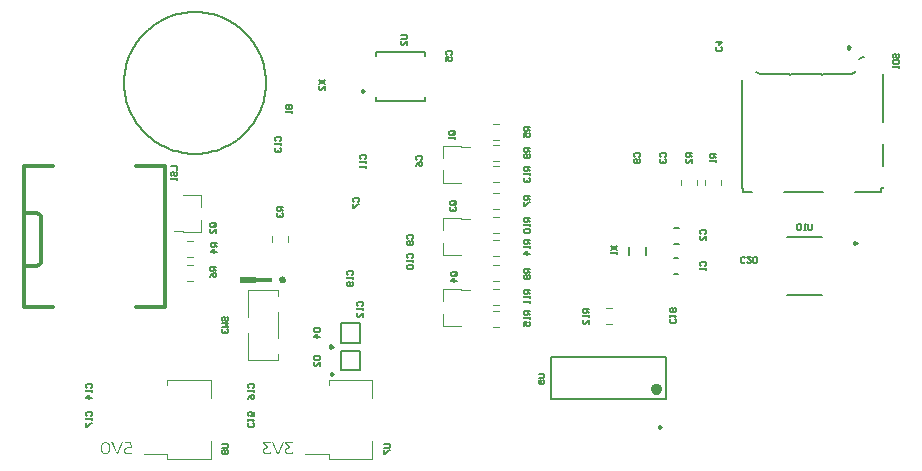
<source format=gbo>
G04*
G04 #@! TF.GenerationSoftware,Altium Limited,Altium Designer,20.1.8 (145)*
G04*
G04 Layer_Color=3326705*
%FSLAX25Y25*%
%MOIN*%
G70*
G04*
G04 #@! TF.SameCoordinates,34700BE4-7B1B-4339-AD5F-997C77E8816B*
G04*
G04*
G04 #@! TF.FilePolarity,Positive*
G04*
G01*
G75*
%ADD11C,0.00984*%
%ADD12C,0.01968*%
%ADD16C,0.00472*%
%ADD18C,0.00787*%
%ADD110C,0.00600*%
%ADD111C,0.01201*%
G36*
X33380Y6116D02*
X32959D01*
X31160Y10167D01*
X31593D01*
X33158Y6649D01*
X34712Y10167D01*
X35173D01*
X33380Y6116D01*
D02*
G37*
G36*
X38059Y8136D02*
X37066D01*
X36944Y8125D01*
X36827Y8114D01*
X36722Y8103D01*
X36627Y8086D01*
X36544Y8070D01*
X36466Y8047D01*
X36400Y8031D01*
X36338Y8009D01*
X36289Y7986D01*
X36250Y7970D01*
X36216Y7953D01*
X36189Y7942D01*
X36172Y7931D01*
X36161Y7920D01*
X36155D01*
X36100Y7875D01*
X36050Y7831D01*
X36011Y7781D01*
X35978Y7731D01*
X35922Y7626D01*
X35883Y7526D01*
X35861Y7431D01*
X35856Y7393D01*
X35850Y7359D01*
X35845Y7326D01*
Y7304D01*
Y7293D01*
Y7287D01*
X35850Y7220D01*
X35856Y7154D01*
X35889Y7037D01*
X35933Y6932D01*
X35983Y6849D01*
X36033Y6782D01*
X36078Y6726D01*
X36111Y6699D01*
X36116Y6693D01*
X36122Y6688D01*
X36233Y6610D01*
X36361Y6554D01*
X36488Y6516D01*
X36610Y6488D01*
X36727Y6471D01*
X36771Y6466D01*
X36816D01*
X36849Y6460D01*
X36899D01*
X37038Y6466D01*
X37171Y6482D01*
X37288Y6499D01*
X37393Y6527D01*
X37482Y6549D01*
X37521Y6560D01*
X37554Y6566D01*
X37576Y6577D01*
X37593Y6582D01*
X37604Y6588D01*
X37609D01*
X37726Y6643D01*
X37832Y6699D01*
X37920Y6754D01*
X37998Y6810D01*
X38059Y6860D01*
X38103Y6899D01*
X38131Y6921D01*
X38142Y6932D01*
X38348Y6599D01*
X38253Y6516D01*
X38148Y6438D01*
X38042Y6377D01*
X37942Y6321D01*
X37854Y6277D01*
X37820Y6260D01*
X37787Y6249D01*
X37759Y6238D01*
X37737Y6227D01*
X37726Y6221D01*
X37721D01*
X37571Y6177D01*
X37426Y6144D01*
X37282Y6116D01*
X37154Y6099D01*
X37099Y6094D01*
X37049Y6088D01*
X36999D01*
X36960Y6083D01*
X36888D01*
X36716Y6088D01*
X36560Y6105D01*
X36422Y6133D01*
X36361Y6144D01*
X36305Y6160D01*
X36255Y6177D01*
X36211Y6188D01*
X36172Y6205D01*
X36144Y6216D01*
X36116Y6221D01*
X36100Y6233D01*
X36089Y6238D01*
X36083D01*
X35967Y6305D01*
X35867Y6377D01*
X35778Y6449D01*
X35706Y6516D01*
X35656Y6582D01*
X35617Y6632D01*
X35589Y6665D01*
X35584Y6671D01*
Y6677D01*
X35528Y6782D01*
X35489Y6893D01*
X35456Y6998D01*
X35439Y7098D01*
X35428Y7182D01*
X35423Y7220D01*
X35417Y7248D01*
Y7276D01*
Y7293D01*
Y7304D01*
Y7309D01*
X35423Y7415D01*
X35434Y7509D01*
X35456Y7603D01*
X35478Y7687D01*
X35512Y7764D01*
X35545Y7836D01*
X35584Y7903D01*
X35617Y7964D01*
X35656Y8014D01*
X35695Y8064D01*
X35728Y8103D01*
X35761Y8136D01*
X35783Y8158D01*
X35806Y8175D01*
X35817Y8186D01*
X35822Y8192D01*
X35900Y8247D01*
X35994Y8297D01*
X36089Y8336D01*
X36189Y8375D01*
X36294Y8408D01*
X36405Y8430D01*
X36610Y8469D01*
X36710Y8480D01*
X36805Y8491D01*
X36888Y8497D01*
X36960Y8502D01*
X37021Y8508D01*
X37626D01*
X37487Y9796D01*
X35634D01*
Y10167D01*
X37854D01*
X38059Y8136D01*
D02*
G37*
G36*
X29401Y10195D02*
X29556Y10167D01*
X29701Y10129D01*
X29823Y10084D01*
X29878Y10057D01*
X29923Y10034D01*
X29967Y10012D01*
X30000Y9995D01*
X30028Y9979D01*
X30050Y9968D01*
X30062Y9962D01*
X30067Y9957D01*
X30195Y9857D01*
X30311Y9740D01*
X30411Y9618D01*
X30489Y9507D01*
X30555Y9402D01*
X30578Y9357D01*
X30600Y9318D01*
X30617Y9285D01*
X30628Y9263D01*
X30639Y9246D01*
Y9241D01*
X30705Y9058D01*
X30755Y8874D01*
X30794Y8686D01*
X30816Y8519D01*
X30827Y8436D01*
X30833Y8369D01*
X30839Y8303D01*
Y8247D01*
X30844Y8203D01*
Y8169D01*
Y8147D01*
Y8142D01*
X30833Y7914D01*
X30827Y7803D01*
X30811Y7703D01*
X30794Y7609D01*
X30777Y7515D01*
X30761Y7431D01*
X30739Y7354D01*
X30722Y7287D01*
X30705Y7226D01*
X30689Y7170D01*
X30672Y7126D01*
X30655Y7093D01*
X30650Y7065D01*
X30639Y7048D01*
Y7043D01*
X30555Y6876D01*
X30461Y6732D01*
X30367Y6610D01*
X30278Y6510D01*
X30233Y6466D01*
X30195Y6432D01*
X30156Y6399D01*
X30128Y6371D01*
X30100Y6355D01*
X30084Y6338D01*
X30073Y6332D01*
X30067Y6327D01*
X29995Y6283D01*
X29923Y6249D01*
X29778Y6188D01*
X29640Y6144D01*
X29506Y6116D01*
X29451Y6105D01*
X29395Y6094D01*
X29346Y6088D01*
X29307D01*
X29273Y6083D01*
X29229D01*
X29140Y6088D01*
X29057Y6094D01*
X28901Y6121D01*
X28757Y6160D01*
X28635Y6205D01*
X28580Y6227D01*
X28530Y6249D01*
X28491Y6271D01*
X28457Y6288D01*
X28430Y6305D01*
X28408Y6316D01*
X28396Y6327D01*
X28391D01*
X28263Y6427D01*
X28147Y6543D01*
X28047Y6665D01*
X27969Y6776D01*
X27902Y6882D01*
X27880Y6926D01*
X27858Y6965D01*
X27841Y6998D01*
X27830Y7021D01*
X27819Y7037D01*
Y7043D01*
X27747Y7226D01*
X27697Y7409D01*
X27658Y7598D01*
X27636Y7770D01*
X27625Y7848D01*
X27619Y7920D01*
X27614Y7981D01*
Y8036D01*
X27608Y8081D01*
Y8114D01*
Y8136D01*
Y8142D01*
X27619Y8369D01*
X27625Y8480D01*
X27642Y8580D01*
X27658Y8675D01*
X27675Y8769D01*
X27692Y8852D01*
X27714Y8930D01*
X27736Y8996D01*
X27753Y9058D01*
X27769Y9113D01*
X27786Y9157D01*
X27797Y9196D01*
X27808Y9218D01*
X27819Y9235D01*
Y9241D01*
X27902Y9407D01*
X27997Y9551D01*
X28091Y9674D01*
X28180Y9773D01*
X28224Y9818D01*
X28263Y9851D01*
X28302Y9884D01*
X28330Y9912D01*
X28358Y9929D01*
X28374Y9945D01*
X28385Y9957D01*
X28391D01*
X28463Y10001D01*
X28530Y10040D01*
X28674Y10101D01*
X28818Y10145D01*
X28946Y10173D01*
X29007Y10184D01*
X29063Y10195D01*
X29107Y10201D01*
X29151D01*
X29185Y10206D01*
X29318D01*
X29401Y10195D01*
D02*
G37*
G36*
X86905Y6116D02*
X86484D01*
X84685Y10167D01*
X85118D01*
X86683Y6649D01*
X88237Y10167D01*
X88698D01*
X86905Y6116D01*
D02*
G37*
G36*
X91767Y9796D02*
X89692D01*
X90818Y8392D01*
Y8081D01*
X90424D01*
X90330Y8070D01*
X90246Y8059D01*
X90163Y8047D01*
X90091Y8031D01*
X90025Y8014D01*
X89963Y7992D01*
X89908Y7975D01*
X89858Y7953D01*
X89819Y7931D01*
X89780Y7914D01*
X89753Y7897D01*
X89730Y7886D01*
X89714Y7875D01*
X89708Y7864D01*
X89703D01*
X89653Y7825D01*
X89614Y7781D01*
X89575Y7731D01*
X89547Y7681D01*
X89497Y7587D01*
X89464Y7492D01*
X89447Y7409D01*
X89436Y7370D01*
Y7337D01*
X89431Y7315D01*
Y7293D01*
Y7282D01*
Y7276D01*
X89436Y7204D01*
X89442Y7143D01*
X89475Y7021D01*
X89514Y6921D01*
X89564Y6832D01*
X89614Y6765D01*
X89658Y6715D01*
X89692Y6688D01*
X89697Y6677D01*
X89703D01*
X89814Y6604D01*
X89936Y6549D01*
X90063Y6516D01*
X90191Y6488D01*
X90302Y6471D01*
X90352Y6466D01*
X90391D01*
X90424Y6460D01*
X90474D01*
X90613Y6466D01*
X90746Y6482D01*
X90868Y6499D01*
X90979Y6527D01*
X91068Y6549D01*
X91107Y6560D01*
X91135Y6566D01*
X91162Y6577D01*
X91179Y6582D01*
X91190Y6588D01*
X91195D01*
X91312Y6643D01*
X91417Y6699D01*
X91512Y6754D01*
X91590Y6810D01*
X91651Y6860D01*
X91695Y6899D01*
X91723Y6921D01*
X91734Y6932D01*
X91934Y6599D01*
X91839Y6516D01*
X91734Y6438D01*
X91628Y6377D01*
X91528Y6321D01*
X91440Y6277D01*
X91406Y6260D01*
X91373Y6249D01*
X91345Y6238D01*
X91323Y6227D01*
X91312Y6221D01*
X91307D01*
X91157Y6177D01*
X91012Y6144D01*
X90868Y6116D01*
X90740Y6099D01*
X90685Y6094D01*
X90635Y6088D01*
X90585D01*
X90546Y6083D01*
X90474D01*
X90302Y6088D01*
X90147Y6105D01*
X90008Y6133D01*
X89947Y6144D01*
X89891Y6160D01*
X89841Y6177D01*
X89797Y6188D01*
X89758Y6205D01*
X89730Y6216D01*
X89703Y6221D01*
X89686Y6233D01*
X89675Y6238D01*
X89669D01*
X89553Y6299D01*
X89453Y6371D01*
X89364Y6438D01*
X89292Y6510D01*
X89242Y6566D01*
X89203Y6616D01*
X89175Y6649D01*
X89170Y6654D01*
Y6660D01*
X89114Y6765D01*
X89075Y6871D01*
X89042Y6976D01*
X89025Y7071D01*
X89014Y7154D01*
X89009Y7187D01*
X89003Y7220D01*
Y7243D01*
Y7259D01*
Y7270D01*
Y7276D01*
X89009Y7370D01*
X89020Y7453D01*
X89037Y7537D01*
X89053Y7615D01*
X89109Y7753D01*
X89136Y7814D01*
X89170Y7870D01*
X89203Y7920D01*
X89231Y7964D01*
X89259Y7997D01*
X89286Y8031D01*
X89303Y8053D01*
X89320Y8070D01*
X89331Y8081D01*
X89336Y8086D01*
X89403Y8142D01*
X89475Y8192D01*
X89547Y8236D01*
X89630Y8269D01*
X89791Y8330D01*
X89947Y8375D01*
X90019Y8392D01*
X90086Y8403D01*
X90147Y8414D01*
X90202Y8419D01*
X90246Y8425D01*
X90280Y8430D01*
X90307D01*
X89159Y9873D01*
Y10167D01*
X91767D01*
Y9796D01*
D02*
G37*
G36*
X84452D02*
X82377D01*
X83503Y8392D01*
Y8081D01*
X83109D01*
X83015Y8070D01*
X82932Y8059D01*
X82848Y8047D01*
X82776Y8031D01*
X82710Y8014D01*
X82648Y7992D01*
X82593Y7975D01*
X82543Y7953D01*
X82504Y7931D01*
X82465Y7914D01*
X82438Y7897D01*
X82415Y7886D01*
X82399Y7875D01*
X82393Y7864D01*
X82388D01*
X82338Y7825D01*
X82299Y7781D01*
X82260Y7731D01*
X82232Y7681D01*
X82182Y7587D01*
X82149Y7492D01*
X82132Y7409D01*
X82121Y7370D01*
Y7337D01*
X82116Y7315D01*
Y7293D01*
Y7282D01*
Y7276D01*
X82121Y7204D01*
X82127Y7143D01*
X82160Y7021D01*
X82199Y6921D01*
X82249Y6832D01*
X82299Y6765D01*
X82343Y6715D01*
X82377Y6688D01*
X82382Y6677D01*
X82388D01*
X82499Y6604D01*
X82621Y6549D01*
X82748Y6516D01*
X82876Y6488D01*
X82987Y6471D01*
X83037Y6466D01*
X83076D01*
X83109Y6460D01*
X83159D01*
X83298Y6466D01*
X83431Y6482D01*
X83553Y6499D01*
X83664Y6527D01*
X83753Y6549D01*
X83792Y6560D01*
X83820Y6566D01*
X83847Y6577D01*
X83864Y6582D01*
X83875Y6588D01*
X83881D01*
X83997Y6643D01*
X84103Y6699D01*
X84197Y6754D01*
X84275Y6810D01*
X84336Y6860D01*
X84380Y6899D01*
X84408Y6921D01*
X84419Y6932D01*
X84619Y6599D01*
X84524Y6516D01*
X84419Y6438D01*
X84313Y6377D01*
X84214Y6321D01*
X84125Y6277D01*
X84092Y6260D01*
X84058Y6249D01*
X84030Y6238D01*
X84008Y6227D01*
X83997Y6221D01*
X83992D01*
X83842Y6177D01*
X83697Y6144D01*
X83553Y6116D01*
X83425Y6099D01*
X83370Y6094D01*
X83320Y6088D01*
X83270D01*
X83231Y6083D01*
X83159D01*
X82987Y6088D01*
X82832Y6105D01*
X82693Y6133D01*
X82632Y6144D01*
X82576Y6160D01*
X82526Y6177D01*
X82482Y6188D01*
X82443Y6205D01*
X82415Y6216D01*
X82388Y6221D01*
X82371Y6233D01*
X82360Y6238D01*
X82354D01*
X82238Y6299D01*
X82138Y6371D01*
X82049Y6438D01*
X81977Y6510D01*
X81927Y6566D01*
X81888Y6616D01*
X81860Y6649D01*
X81855Y6654D01*
Y6660D01*
X81799Y6765D01*
X81761Y6871D01*
X81727Y6976D01*
X81711Y7071D01*
X81700Y7154D01*
X81694Y7187D01*
X81688Y7220D01*
Y7243D01*
Y7259D01*
Y7270D01*
Y7276D01*
X81694Y7370D01*
X81705Y7453D01*
X81722Y7537D01*
X81738Y7615D01*
X81794Y7753D01*
X81822Y7814D01*
X81855Y7870D01*
X81888Y7920D01*
X81916Y7964D01*
X81944Y7997D01*
X81971Y8031D01*
X81988Y8053D01*
X82005Y8070D01*
X82016Y8081D01*
X82021Y8086D01*
X82088Y8142D01*
X82160Y8192D01*
X82232Y8236D01*
X82315Y8269D01*
X82477Y8330D01*
X82632Y8375D01*
X82704Y8392D01*
X82771Y8403D01*
X82832Y8414D01*
X82887Y8419D01*
X82932Y8425D01*
X82965Y8430D01*
X82993D01*
X81844Y9873D01*
Y10167D01*
X84452D01*
Y9796D01*
D02*
G37*
G36*
X84665Y64869D02*
Y63682D01*
X74021Y63348D01*
Y65181D01*
X84665Y64869D01*
D02*
G37*
G36*
X88372Y65390D02*
X88518Y65348D01*
X88664Y65306D01*
X88768Y65244D01*
X88872Y65181D01*
X88935Y65119D01*
X88977Y65098D01*
X88997Y65077D01*
X89101Y64952D01*
X89185Y64806D01*
X89247Y64681D01*
X89289Y64536D01*
X89310Y64432D01*
X89331Y64348D01*
Y64265D01*
X89310Y64098D01*
X89268Y63932D01*
X89227Y63807D01*
X89164Y63682D01*
X89101Y63577D01*
X89039Y63515D01*
X89018Y63473D01*
X88997Y63452D01*
X88872Y63348D01*
X88727Y63265D01*
X88602Y63203D01*
X88477Y63161D01*
X88372Y63140D01*
X88289Y63119D01*
X88227D01*
X88206D01*
X88039Y63140D01*
X87873Y63161D01*
X87748Y63223D01*
X87623Y63286D01*
X87539Y63348D01*
X87477Y63390D01*
X87435Y63432D01*
X87414Y63452D01*
X87310Y63577D01*
X87227Y63723D01*
X87185Y63848D01*
X87143Y63973D01*
X87123Y64098D01*
X87102Y64182D01*
Y64265D01*
X87123Y64452D01*
X87143Y64598D01*
X87206Y64744D01*
X87248Y64869D01*
X87310Y64973D01*
X87373Y65035D01*
X87393Y65077D01*
X87414Y65098D01*
X87539Y65202D01*
X87664Y65285D01*
X87810Y65327D01*
X87935Y65369D01*
X88039Y65390D01*
X88122Y65411D01*
X88185D01*
X88206D01*
X88372Y65390D01*
D02*
G37*
%LPC*%
G36*
X29262Y9823D02*
X29229D01*
X29101Y9812D01*
X28979Y9790D01*
X28874Y9762D01*
X28785Y9724D01*
X28713Y9685D01*
X28652Y9657D01*
X28635Y9640D01*
X28618Y9635D01*
X28613Y9624D01*
X28607D01*
X28513Y9546D01*
X28424Y9452D01*
X28352Y9357D01*
X28297Y9263D01*
X28247Y9180D01*
X28230Y9146D01*
X28213Y9113D01*
X28202Y9091D01*
X28191Y9069D01*
X28186Y9058D01*
Y9052D01*
X28136Y8902D01*
X28097Y8752D01*
X28075Y8597D01*
X28052Y8458D01*
X28047Y8392D01*
X28041Y8330D01*
Y8275D01*
X28036Y8230D01*
Y8192D01*
Y8164D01*
Y8147D01*
Y8142D01*
X28041Y7948D01*
X28058Y7775D01*
X28069Y7692D01*
X28086Y7620D01*
X28097Y7548D01*
X28108Y7487D01*
X28124Y7431D01*
X28136Y7381D01*
X28152Y7337D01*
X28163Y7298D01*
X28169Y7270D01*
X28180Y7248D01*
X28186Y7237D01*
Y7231D01*
X28247Y7098D01*
X28313Y6982D01*
X28385Y6882D01*
X28452Y6804D01*
X28513Y6738D01*
X28563Y6693D01*
X28596Y6665D01*
X28602Y6654D01*
X28607D01*
X28713Y6588D01*
X28818Y6543D01*
X28918Y6510D01*
X29018Y6482D01*
X29101Y6471D01*
X29140Y6466D01*
X29168D01*
X29196Y6460D01*
X29229D01*
X29357Y6471D01*
X29479Y6493D01*
X29584Y6521D01*
X29673Y6560D01*
X29751Y6593D01*
X29806Y6627D01*
X29828Y6638D01*
X29845Y6649D01*
X29851Y6654D01*
X29856D01*
X29950Y6738D01*
X30034Y6826D01*
X30106Y6926D01*
X30161Y7021D01*
X30211Y7104D01*
X30228Y7137D01*
X30245Y7170D01*
X30256Y7198D01*
X30267Y7215D01*
X30272Y7226D01*
Y7231D01*
X30322Y7381D01*
X30361Y7531D01*
X30383Y7687D01*
X30406Y7831D01*
X30411Y7892D01*
X30417Y7953D01*
Y8009D01*
X30422Y8053D01*
Y8092D01*
Y8119D01*
Y8136D01*
Y8142D01*
X30417Y8336D01*
X30400Y8508D01*
X30389Y8591D01*
X30372Y8663D01*
X30361Y8736D01*
X30345Y8797D01*
X30333Y8852D01*
X30322Y8902D01*
X30306Y8946D01*
X30295Y8985D01*
X30283Y9013D01*
X30278Y9035D01*
X30272Y9046D01*
Y9052D01*
X30211Y9185D01*
X30145Y9302D01*
X30073Y9402D01*
X30006Y9479D01*
X29950Y9540D01*
X29901Y9590D01*
X29867Y9612D01*
X29862Y9624D01*
X29856D01*
X29751Y9690D01*
X29645Y9740D01*
X29540Y9773D01*
X29440Y9801D01*
X29357Y9812D01*
X29318Y9818D01*
X29290D01*
X29262Y9823D01*
D02*
G37*
%LPD*%
D11*
X115481Y127185D02*
X114742Y127611D01*
Y126758D01*
X115481Y127185D01*
X104947Y41975D02*
X104209Y42401D01*
Y41549D01*
X104947Y41975D01*
X214370Y15157D02*
X213632Y15584D01*
Y14731D01*
X214370Y15157D01*
X279600Y76480D02*
X278862Y76907D01*
Y76054D01*
X279600Y76480D01*
X277510Y141781D02*
X276772Y142208D01*
Y141355D01*
X277510Y141781D01*
X104980Y32835D02*
X104242Y33261D01*
Y32408D01*
X104980Y32835D01*
D12*
X213878Y27854D02*
X213386Y28707D01*
X212402D01*
X211910Y27854D01*
X212402Y27002D01*
X213386D01*
X213878Y27854D01*
D16*
X90177Y77008D02*
Y78898D01*
X84823Y77008D02*
Y78898D01*
X141732Y61106D02*
X147638D01*
X141732Y57070D02*
Y61106D01*
Y48822D02*
X147638D01*
X141732D02*
Y52858D01*
X147638Y60810D02*
X150571D01*
X141732Y84882D02*
X147638D01*
X141732Y80847D02*
Y84882D01*
Y72598D02*
X147638D01*
X141732D02*
Y76634D01*
X147638Y84587D02*
X150571D01*
X141732Y108996D02*
X147638D01*
X141732Y104961D02*
Y108996D01*
Y96713D02*
X147638D01*
X141732D02*
Y100748D01*
X147638Y108701D02*
X150571D01*
X158504Y116358D02*
X160394D01*
X158504Y111004D02*
X160394D01*
X158504Y109272D02*
X160394D01*
X158504Y103917D02*
X160394D01*
X158504Y96732D02*
X160394D01*
X158504Y102087D02*
X160394D01*
X158504Y93228D02*
X160394D01*
X158504Y87874D02*
X160394D01*
X158504Y85158D02*
X160394D01*
X158504Y79803D02*
X160394D01*
X158504Y72323D02*
X160394D01*
X158504Y77677D02*
X160394D01*
X158504Y69114D02*
X160394D01*
X158504Y63760D02*
X160394D01*
X158504Y61381D02*
X160394D01*
X158504Y56027D02*
X160394D01*
X158504Y48547D02*
X160394D01*
X158504Y53901D02*
X160394D01*
X86811Y45000D02*
Y53425D01*
X76575Y51890D02*
Y61024D01*
X86811Y37402D02*
Y39646D01*
Y58780D02*
Y61024D01*
X76575D02*
X86811D01*
X76575Y37402D02*
Y46535D01*
Y37402D02*
X86811D01*
X103642Y29350D02*
Y30906D01*
X118209D01*
Y24921D02*
Y30906D01*
X103642Y4528D02*
Y6083D01*
Y4528D02*
X118209D01*
Y10512D01*
X95768Y6083D02*
X103642D01*
X49803Y29350D02*
Y30906D01*
X64370D01*
Y24921D02*
Y30906D01*
X49803Y4528D02*
Y6083D01*
Y4528D02*
X64370D01*
Y10512D01*
X41929Y6083D02*
X49803D01*
X196195Y49488D02*
X198085D01*
X196195Y54843D02*
X198085D01*
X55020Y80276D02*
X60925D01*
Y84311D01*
X55020Y92559D02*
X60925D01*
Y88524D02*
Y92559D01*
X52087Y80571D02*
X55020D01*
X56339Y71929D02*
X58228D01*
X56339Y77284D02*
X58228D01*
X56339Y69311D02*
X58228D01*
X56339Y63957D02*
X58228D01*
X234469Y95807D02*
Y97697D01*
X229114Y95807D02*
Y97697D01*
X226496Y95807D02*
Y97697D01*
X221142Y95807D02*
Y97697D01*
D18*
X245957Y133707D02*
X246651Y133130D01*
X247530Y132923D01*
X277687D02*
X278596Y133146D01*
X279299Y133763D01*
X267669Y132923D02*
X268062Y132529D01*
X257432D02*
X257826Y132923D01*
X281624Y138435D02*
X280267Y137892D01*
X257039Y132923D02*
X257432Y132529D01*
X268062D02*
X268456Y132923D01*
X119516Y123937D02*
X135658D01*
Y138897D02*
Y140078D01*
Y123937D02*
Y125118D01*
X119516Y140078D02*
X135658D01*
X119516Y138897D02*
Y140078D01*
Y123937D02*
Y125118D01*
X107821Y43294D02*
Y49790D01*
X113963D01*
Y43294D02*
Y49790D01*
X107821Y43294D02*
X113963D01*
X216142Y24606D02*
Y38386D01*
X177559D02*
X216142D01*
X177559Y24606D02*
Y38386D01*
Y24606D02*
X216142D01*
X256522Y59098D02*
X268085D01*
X256522Y78697D02*
X268085D01*
X281624Y138435D02*
X282077D01*
X288293Y116781D02*
Y132726D01*
X288317Y102215D02*
Y109695D01*
X268456Y132923D02*
X277687D01*
X241270Y94813D02*
X241742D01*
X247530Y132923D02*
X257039D01*
X288317Y94813D02*
Y95128D01*
X278927Y93553D02*
X287116D01*
X241742D02*
X243730D01*
X241270Y94813D02*
Y130955D01*
X241742Y93553D02*
Y94813D01*
X255423Y93553D02*
X268297D01*
X287116D02*
X287844D01*
Y94813D02*
X288317D01*
X287844Y93553D02*
Y94813D01*
X243730Y93553D02*
X244793D01*
X257826Y132923D02*
X267669D01*
X107854Y34154D02*
Y40650D01*
X113996D01*
Y34154D02*
Y40650D01*
X107854Y34154D02*
X113996D01*
X203642Y72441D02*
Y75197D01*
X209547Y72441D02*
Y75197D01*
X218602Y66240D02*
X220177D01*
X218602Y71555D02*
X220177D01*
X218799Y76083D02*
X220374D01*
X218799Y81398D02*
X220374D01*
D110*
X82677Y129921D02*
X82656Y130924D01*
X82592Y131924D01*
X82486Y132922D01*
X82337Y133913D01*
X82147Y134898D01*
X81915Y135873D01*
X81642Y136838D01*
X81328Y137791D01*
X80974Y138729D01*
X80580Y139651D01*
X80148Y140556D01*
X79677Y141442D01*
X79170Y142306D01*
X78626Y143149D01*
X78047Y143968D01*
X77434Y144761D01*
X76788Y145528D01*
X76109Y146266D01*
X75400Y146975D01*
X74662Y147654D01*
X73895Y148300D01*
X73102Y148913D01*
X72283Y149492D01*
X71440Y150036D01*
X70575Y150544D01*
X69690Y151014D01*
X68785Y151446D01*
X67863Y151840D01*
X66925Y152194D01*
X65972Y152508D01*
X65007Y152781D01*
X64032Y153013D01*
X63047Y153203D01*
X62055Y153352D01*
X61058Y153458D01*
X60058Y153522D01*
X59055Y153543D01*
X58053Y153522D01*
X57052Y153458D01*
X56055Y153352D01*
X55063Y153203D01*
X54078Y153013D01*
X53103Y152781D01*
X52138Y152508D01*
X51186Y152194D01*
X50248Y151840D01*
X49325Y151446D01*
X48420Y151014D01*
X47535Y150544D01*
X46670Y150036D01*
X45827Y149492D01*
X45009Y148913D01*
X44215Y148300D01*
X43449Y147654D01*
X42710Y146975D01*
X42001Y146266D01*
X41323Y145528D01*
X40676Y144761D01*
X40063Y143968D01*
X39484Y143149D01*
X38940Y142306D01*
X38433Y141442D01*
X37962Y140556D01*
X37530Y139651D01*
X37137Y138729D01*
X36782Y137791D01*
X36468Y136838D01*
X36195Y135873D01*
X35963Y134898D01*
X35773Y133913D01*
X35624Y132922D01*
X35518Y131924D01*
X35454Y130924D01*
X35433Y129921D01*
X35454Y128919D01*
X35518Y127918D01*
X35624Y126921D01*
X35773Y125929D01*
X35963Y124944D01*
X36195Y123969D01*
X36468Y123004D01*
X36782Y122052D01*
X37137Y121114D01*
X37530Y120191D01*
X37962Y119287D01*
X38433Y118401D01*
X38940Y117536D01*
X39484Y116693D01*
X40063Y115875D01*
X40676Y115081D01*
X41323Y114315D01*
X42001Y113576D01*
X42710Y112867D01*
X43449Y112189D01*
X44215Y111542D01*
X45009Y110929D01*
X45827Y110350D01*
X46670Y109806D01*
X47535Y109299D01*
X48420Y108828D01*
X49325Y108396D01*
X50248Y108003D01*
X51186Y107649D01*
X52138Y107335D01*
X53103Y107061D01*
X54079Y106829D01*
X55063Y106639D01*
X56055Y106491D01*
X57052Y106384D01*
X58053Y106321D01*
X59055Y106299D01*
X60058Y106321D01*
X61058Y106384D01*
X62056Y106491D01*
X63047Y106639D01*
X64032Y106829D01*
X65007Y107061D01*
X65972Y107335D01*
X66925Y107649D01*
X67863Y108003D01*
X68785Y108396D01*
X69690Y108828D01*
X70575Y109299D01*
X71440Y109806D01*
X72283Y110350D01*
X73102Y110929D01*
X73895Y111542D01*
X74662Y112189D01*
X75400Y112867D01*
X76109Y113576D01*
X76788Y114315D01*
X77434Y115082D01*
X78047Y115875D01*
X78626Y116694D01*
X79170Y117536D01*
X79677Y118401D01*
X80148Y119287D01*
X80580Y120191D01*
X80974Y121114D01*
X81328Y122052D01*
X81642Y123004D01*
X81915Y123969D01*
X82147Y124945D01*
X82337Y125929D01*
X82486Y126921D01*
X82592Y127918D01*
X82656Y128919D01*
X82677Y129921D01*
X88480Y88576D02*
X86481D01*
Y87576D01*
X86814Y87243D01*
X87480D01*
X87814Y87576D01*
Y88576D01*
Y87909D02*
X88480Y87243D01*
X86814Y86576D02*
X86481Y86243D01*
Y85576D01*
X86814Y85243D01*
X87147D01*
X87480Y85576D01*
Y85910D01*
Y85576D01*
X87814Y85243D01*
X88147D01*
X88480Y85576D01*
Y86243D01*
X88147Y86576D01*
X145891Y65433D02*
X144558D01*
X144225Y65766D01*
Y66433D01*
X144558Y66766D01*
X145891D01*
X146224Y66433D01*
Y65766D01*
X145558Y66099D02*
X146224Y65433D01*
Y65766D02*
X145891Y65433D01*
X146224Y63767D02*
X144225D01*
X145224Y64767D01*
Y63434D01*
X145749Y89067D02*
X144416D01*
X144083Y89400D01*
Y90066D01*
X144416Y90400D01*
X145749D01*
X146082Y90066D01*
Y89400D01*
X145416Y89733D02*
X146082Y89067D01*
Y89400D02*
X145749Y89067D01*
X144416Y88400D02*
X144083Y88067D01*
Y87401D01*
X144416Y87068D01*
X144749D01*
X145083Y87401D01*
Y87734D01*
Y87401D01*
X145416Y87068D01*
X145749D01*
X146082Y87401D01*
Y88067D01*
X145749Y88400D01*
X145371Y112651D02*
X144038D01*
X143705Y112984D01*
Y113651D01*
X144038Y113984D01*
X145371D01*
X145704Y113651D01*
Y112984D01*
X145038Y113318D02*
X145704Y112651D01*
Y112984D02*
X145371Y112651D01*
X145704Y111985D02*
Y111318D01*
Y111652D01*
X143705D01*
X144038Y111985D01*
X100494Y130721D02*
X102493Y129388D01*
X100494D02*
X102493Y130721D01*
Y127389D02*
Y128721D01*
X101160Y127389D01*
X100827D01*
X100494Y127722D01*
Y128388D01*
X100827Y128721D01*
X127561Y145977D02*
X129227D01*
X129560Y145643D01*
Y144977D01*
X129227Y144644D01*
X127561D01*
X129560Y142645D02*
Y143977D01*
X128227Y142645D01*
X127894D01*
X127561Y142978D01*
Y143644D01*
X127894Y143977D01*
X170604Y115115D02*
X168605D01*
Y114115D01*
X168938Y113782D01*
X169604D01*
X169938Y114115D01*
Y115115D01*
Y114448D02*
X170604Y113782D01*
X168605Y111782D02*
Y113115D01*
X169604D01*
X169271Y112449D01*
Y112116D01*
X169604Y111782D01*
X170271D01*
X170604Y112116D01*
Y112782D01*
X170271Y113115D01*
X170604Y108261D02*
X168605D01*
Y107261D01*
X168938Y106928D01*
X169604D01*
X169938Y107261D01*
Y108261D01*
Y107594D02*
X170604Y106928D01*
X170271Y106261D02*
X170604Y105928D01*
Y105262D01*
X170271Y104928D01*
X168938D01*
X168605Y105262D01*
Y105928D01*
X168938Y106261D01*
X169271D01*
X169604Y105928D01*
Y104928D01*
X170604Y101909D02*
X168605D01*
Y100909D01*
X168938Y100576D01*
X169604D01*
X169938Y100909D01*
Y101909D01*
Y101242D02*
X170604Y100576D01*
Y99909D02*
Y99243D01*
Y99576D01*
X168605D01*
X168938Y99909D01*
Y98243D02*
X168605Y97910D01*
Y97243D01*
X168938Y96910D01*
X169271D01*
X169604Y97243D01*
Y97577D01*
Y97243D01*
X169938Y96910D01*
X170271D01*
X170604Y97243D01*
Y97910D01*
X170271Y98243D01*
X170604Y92217D02*
X168605D01*
Y91218D01*
X168938Y90884D01*
X169604D01*
X169938Y91218D01*
Y92217D01*
Y91551D02*
X170604Y90884D01*
X168605Y90218D02*
Y88885D01*
X168938D01*
X170271Y90218D01*
X170604D01*
X170604Y84889D02*
X168605D01*
Y83889D01*
X168938Y83556D01*
X169604D01*
X169938Y83889D01*
Y84889D01*
Y84223D02*
X170604Y83556D01*
Y82890D02*
Y82223D01*
Y82556D01*
X168605D01*
X168938Y82890D01*
Y81223D02*
X168605Y80890D01*
Y80224D01*
X168938Y79891D01*
X170271D01*
X170604Y80224D01*
Y80890D01*
X170271Y81223D01*
X168938D01*
X170604Y77696D02*
X168605D01*
Y76696D01*
X168938Y76363D01*
X169604D01*
X169938Y76696D01*
Y77696D01*
Y77030D02*
X170604Y76363D01*
Y75697D02*
Y75030D01*
Y75363D01*
X168605D01*
X168938Y75697D01*
X170604Y73031D02*
X168605D01*
X169604Y74031D01*
Y72698D01*
X170604Y67906D02*
X168605D01*
Y66907D01*
X168938Y66573D01*
X169604D01*
X169938Y66907D01*
Y67906D01*
Y67240D02*
X170604Y66573D01*
X168938Y65907D02*
X168605Y65574D01*
Y64907D01*
X168938Y64574D01*
X169271D01*
X169604Y64907D01*
X169938Y64574D01*
X170271D01*
X170604Y64907D01*
Y65574D01*
X170271Y65907D01*
X169938D01*
X169604Y65574D01*
X169271Y65907D01*
X168938D01*
X169604Y65574D02*
Y64907D01*
X170604Y60870D02*
X168605D01*
Y59870D01*
X168938Y59537D01*
X169604D01*
X169938Y59870D01*
Y60870D01*
Y60204D02*
X170604Y59537D01*
Y58871D02*
Y58204D01*
Y58538D01*
X168605D01*
X168938Y58871D01*
X170604Y57205D02*
Y56538D01*
Y56871D01*
X168605D01*
X168938Y57205D01*
X170604Y53921D02*
X168605D01*
Y52921D01*
X168938Y52588D01*
X169604D01*
X169938Y52921D01*
Y53921D01*
Y53254D02*
X170604Y52588D01*
Y51921D02*
Y51255D01*
Y51588D01*
X168605D01*
X168938Y51921D01*
X168605Y48922D02*
Y50255D01*
X169604D01*
X169271Y49589D01*
Y49255D01*
X169604Y48922D01*
X170271D01*
X170604Y49255D01*
Y49922D01*
X170271Y50255D01*
X68217Y50639D02*
X67884Y50972D01*
Y51639D01*
X68217Y51972D01*
X68550D01*
X68884Y51639D01*
Y50972D01*
X69217Y50639D01*
X69550D01*
X69883Y50972D01*
Y51639D01*
X69550Y51972D01*
X67884Y49973D02*
X69883D01*
X69217Y49306D01*
X69883Y48640D01*
X67884D01*
X68217Y47973D02*
X67884Y47640D01*
Y46974D01*
X68217Y46641D01*
X68550D01*
X68884Y46974D01*
Y47307D01*
Y46974D01*
X69217Y46641D01*
X69550D01*
X69883Y46974D01*
Y47640D01*
X69550Y47973D01*
X98804Y48202D02*
X100803D01*
Y47202D01*
X100470Y46869D01*
X99137D01*
X98804Y47202D01*
Y48202D01*
X100803Y45202D02*
X98804D01*
X99803Y46202D01*
Y44869D01*
X143150Y139230D02*
X142816Y139564D01*
Y140230D01*
X143150Y140563D01*
X144483D01*
X144816Y140230D01*
Y139564D01*
X144483Y139230D01*
X142816Y137231D02*
Y138564D01*
X143816D01*
X143483Y137898D01*
Y137564D01*
X143816Y137231D01*
X144483D01*
X144816Y137564D01*
Y138231D01*
X144483Y138564D01*
X173548Y33024D02*
X175214D01*
X175547Y32691D01*
Y32025D01*
X175214Y31692D01*
X173548D01*
X175214Y31025D02*
X175547Y30692D01*
Y30025D01*
X175214Y29692D01*
X173881D01*
X173548Y30025D01*
Y30692D01*
X173881Y31025D01*
X174214D01*
X174547Y30692D01*
Y29692D01*
X242437Y70053D02*
X242104Y69720D01*
X241437D01*
X241104Y70053D01*
Y71386D01*
X241437Y71719D01*
X242104D01*
X242437Y71386D01*
X244436Y71719D02*
X243103D01*
X244436Y70386D01*
Y70053D01*
X244103Y69720D01*
X243437D01*
X243103Y70053D01*
X245103D02*
X245436Y69720D01*
X246102D01*
X246435Y70053D01*
Y71386D01*
X246102Y71719D01*
X245436D01*
X245103Y71386D01*
Y70053D01*
X264599Y82846D02*
Y81180D01*
X264266Y80847D01*
X263599D01*
X263266Y81180D01*
Y82846D01*
X262600Y80847D02*
X261933D01*
X262266D01*
Y82846D01*
X262600Y82513D01*
X260934D02*
X260600Y82846D01*
X259934D01*
X259601Y82513D01*
Y81180D01*
X259934Y80847D01*
X260600D01*
X260934Y81180D01*
Y82513D01*
X110062Y65824D02*
X109729Y66158D01*
Y66824D01*
X110062Y67157D01*
X111395D01*
X111728Y66824D01*
Y66158D01*
X111395Y65824D01*
X111728Y65158D02*
Y64491D01*
Y64825D01*
X109729D01*
X110062Y65158D01*
X111395Y63492D02*
X111728Y63159D01*
Y62492D01*
X111395Y62159D01*
X110062D01*
X109729Y62492D01*
Y63159D01*
X110062Y63492D01*
X110395D01*
X110728Y63159D01*
Y62159D01*
X190450Y54595D02*
X188450D01*
Y53595D01*
X188784Y53262D01*
X189450D01*
X189783Y53595D01*
Y54595D01*
Y53928D02*
X190450Y53262D01*
Y52595D02*
Y51929D01*
Y52262D01*
X188450D01*
X188784Y52595D01*
X190450Y49596D02*
Y50929D01*
X189117Y49596D01*
X188784D01*
X188450Y49930D01*
Y50596D01*
X188784Y50929D01*
X66208Y68489D02*
X64209D01*
Y67489D01*
X64542Y67156D01*
X65208D01*
X65542Y67489D01*
Y68489D01*
Y67823D02*
X66208Y67156D01*
X64209Y65157D02*
X64542Y65823D01*
X65208Y66490D01*
X65875D01*
X66208Y66157D01*
Y65490D01*
X65875Y65157D01*
X65542D01*
X65208Y65490D01*
Y66490D01*
X66354Y76469D02*
X64355D01*
Y75470D01*
X64688Y75136D01*
X65354D01*
X65688Y75470D01*
Y76469D01*
Y75803D02*
X66354Y75136D01*
Y73470D02*
X64355D01*
X65354Y74470D01*
Y73137D01*
X65875Y81928D02*
X64542D01*
X64209Y82261D01*
Y82927D01*
X64542Y83261D01*
X65875D01*
X66208Y82927D01*
Y82261D01*
X65542Y82594D02*
X66208Y81928D01*
Y82261D02*
X65875Y81928D01*
X66208Y79928D02*
Y81261D01*
X64875Y79928D01*
X64542D01*
X64209Y80262D01*
Y80928D01*
X64542Y81261D01*
X50969Y102234D02*
X52968D01*
Y100901D01*
X51302Y98902D02*
X50969Y99235D01*
Y99902D01*
X51302Y100235D01*
X51635D01*
X51968Y99902D01*
Y99235D01*
X52302Y98902D01*
X52635D01*
X52968Y99235D01*
Y99902D01*
X52635Y100235D01*
X52968Y98235D02*
Y97569D01*
Y97902D01*
X50969D01*
X51302Y98235D01*
X219088Y51379D02*
X219421Y51046D01*
Y50379D01*
X219088Y50046D01*
X217755D01*
X217422Y50379D01*
Y51046D01*
X217755Y51379D01*
X217422Y52046D02*
Y52712D01*
Y52379D01*
X219421D01*
X219088Y52046D01*
Y53712D02*
X219421Y54045D01*
Y54711D01*
X219088Y55045D01*
X218754D01*
X218421Y54711D01*
X218088Y55045D01*
X217755D01*
X217422Y54711D01*
Y54045D01*
X217755Y53712D01*
X218088D01*
X218421Y54045D01*
X218754Y53712D01*
X219088D01*
X218421Y54045D02*
Y54711D01*
X89355Y122396D02*
X91354D01*
Y121396D01*
X91021Y121063D01*
X90688D01*
X90354Y121396D01*
Y122396D01*
Y121396D01*
X90021Y121063D01*
X89688D01*
X89355Y121396D01*
Y122396D01*
X91354Y120396D02*
Y119730D01*
Y120063D01*
X89355D01*
X89688Y120396D01*
X98804Y38969D02*
X100803D01*
Y37970D01*
X100470Y37636D01*
X99137D01*
X98804Y37970D01*
Y38969D01*
X100803Y35637D02*
Y36970D01*
X99470Y35637D01*
X99137D01*
X98804Y35970D01*
Y36637D01*
X99137Y36970D01*
X67898Y9540D02*
X69564D01*
X69897Y9207D01*
Y8540D01*
X69564Y8207D01*
X67898D01*
X68231Y7541D02*
X67898Y7208D01*
Y6541D01*
X68231Y6208D01*
X68564D01*
X68898Y6541D01*
X69231Y6208D01*
X69564D01*
X69897Y6541D01*
Y7208D01*
X69564Y7541D01*
X69231D01*
X68898Y7208D01*
X68564Y7541D01*
X68231D01*
X68898Y7208D02*
Y6541D01*
X122032Y9540D02*
X123698D01*
X124031Y9207D01*
Y8540D01*
X123698Y8207D01*
X122032D01*
Y7541D02*
Y6208D01*
X122365D01*
X123698Y7541D01*
X124031D01*
X22956Y18883D02*
X22622Y19216D01*
Y19883D01*
X22956Y20216D01*
X24288D01*
X24622Y19883D01*
Y19216D01*
X24288Y18883D01*
X24622Y18216D02*
Y17550D01*
Y17883D01*
X22622D01*
X22956Y18216D01*
X22622Y16550D02*
Y15217D01*
X22956D01*
X24288Y16550D01*
X24622D01*
X77089Y28135D02*
X76756Y28468D01*
Y29135D01*
X77089Y29468D01*
X78422D01*
X78756Y29135D01*
Y28468D01*
X78422Y28135D01*
X78756Y27468D02*
Y26802D01*
Y27135D01*
X76756D01*
X77089Y27468D01*
X76756Y24469D02*
X77089Y25136D01*
X77756Y25802D01*
X78422D01*
X78756Y25469D01*
Y24803D01*
X78422Y24469D01*
X78089D01*
X77756Y24803D01*
Y25802D01*
X78422Y16550D02*
X78756Y16217D01*
Y15551D01*
X78422Y15217D01*
X77090D01*
X76756Y15551D01*
Y16217D01*
X77090Y16550D01*
X76756Y17217D02*
Y17883D01*
Y17550D01*
X78756D01*
X78422Y17217D01*
X78756Y20216D02*
Y18883D01*
X77756D01*
X78089Y19549D01*
Y19883D01*
X77756Y20216D01*
X77090D01*
X76756Y19883D01*
Y19216D01*
X77090Y18883D01*
X22956Y28135D02*
X22622Y28468D01*
Y29135D01*
X22956Y29468D01*
X24288D01*
X24622Y29135D01*
Y28468D01*
X24288Y28135D01*
X24622Y27468D02*
Y26802D01*
Y27135D01*
X22622D01*
X22956Y27468D01*
X24622Y24803D02*
X22622D01*
X23622Y25802D01*
Y24469D01*
X224769Y106548D02*
X222770D01*
Y105548D01*
X223103Y105215D01*
X223770D01*
X224103Y105548D01*
Y106548D01*
Y105882D02*
X224769Y105215D01*
Y103216D02*
Y104549D01*
X223436Y103216D01*
X223103D01*
X222770Y103549D01*
Y104215D01*
X223103Y104549D01*
X232840Y106215D02*
X230841D01*
Y105215D01*
X231174Y104882D01*
X231840D01*
X232174Y105215D01*
Y106215D01*
Y105548D02*
X232840Y104882D01*
Y104215D02*
Y103549D01*
Y103882D01*
X230841D01*
X231174Y104215D01*
X85948Y110418D02*
X85615Y110751D01*
Y111418D01*
X85948Y111751D01*
X87281D01*
X87614Y111418D01*
Y110751D01*
X87281Y110418D01*
X87614Y109752D02*
Y109085D01*
Y109419D01*
X85615D01*
X85948Y109752D01*
Y108086D02*
X85615Y107752D01*
Y107086D01*
X85948Y106753D01*
X86281D01*
X86614Y107086D01*
Y107419D01*
Y107086D01*
X86947Y106753D01*
X87281D01*
X87614Y107086D01*
Y107752D01*
X87281Y108086D01*
X113330Y55681D02*
X112996Y56015D01*
Y56681D01*
X113330Y57014D01*
X114663D01*
X114996Y56681D01*
Y56015D01*
X114663Y55681D01*
X114996Y55015D02*
Y54349D01*
Y54682D01*
X112996D01*
X113330Y55015D01*
X114996Y52016D02*
Y53349D01*
X113663Y52016D01*
X113330D01*
X112996Y52349D01*
Y53016D01*
X113330Y53349D01*
X114329Y104672D02*
X113996Y105005D01*
Y105671D01*
X114329Y106005D01*
X115662D01*
X115995Y105671D01*
Y105005D01*
X115662Y104672D01*
X115995Y104005D02*
Y103339D01*
Y103672D01*
X113996D01*
X114329Y104005D01*
X115995Y102339D02*
Y101673D01*
Y102006D01*
X113996D01*
X114329Y102339D01*
X130042Y71397D02*
X129709Y71730D01*
Y72396D01*
X130042Y72730D01*
X131375D01*
X131708Y72396D01*
Y71730D01*
X131375Y71397D01*
X131708Y70730D02*
Y70064D01*
Y70397D01*
X129709D01*
X130042Y70730D01*
Y69064D02*
X129709Y68731D01*
Y68065D01*
X130042Y67731D01*
X131375D01*
X131708Y68065D01*
Y68731D01*
X131375Y69064D01*
X130042D01*
X205830Y105215D02*
X205496Y105548D01*
Y106215D01*
X205830Y106548D01*
X207162D01*
X207496Y106215D01*
Y105548D01*
X207162Y105215D01*
Y104549D02*
X207496Y104215D01*
Y103549D01*
X207162Y103216D01*
X205830D01*
X205496Y103549D01*
Y104215D01*
X205830Y104549D01*
X206163D01*
X206496Y104215D01*
Y103216D01*
X130042Y77779D02*
X129709Y78113D01*
Y78779D01*
X130042Y79112D01*
X131375D01*
X131708Y78779D01*
Y78113D01*
X131375Y77779D01*
X130042Y77113D02*
X129709Y76780D01*
Y76113D01*
X130042Y75780D01*
X130375D01*
X130709Y76113D01*
X131042Y75780D01*
X131375D01*
X131708Y76113D01*
Y76780D01*
X131375Y77113D01*
X131042D01*
X130709Y76780D01*
X130375Y77113D01*
X130042D01*
X130709Y76780D02*
Y76113D01*
X112030Y90188D02*
X111697Y90521D01*
Y91188D01*
X112030Y91521D01*
X113363D01*
X113697Y91188D01*
Y90521D01*
X113363Y90188D01*
X111697Y89522D02*
Y88189D01*
X112030D01*
X113363Y89522D01*
X113697D01*
X133192Y104172D02*
X132859Y104505D01*
Y105172D01*
X133192Y105505D01*
X134525D01*
X134858Y105172D01*
Y104505D01*
X134525Y104172D01*
X132859Y102173D02*
X133192Y102839D01*
X133858Y103505D01*
X134525D01*
X134858Y103172D01*
Y102506D01*
X134525Y102173D01*
X134192D01*
X133858Y102506D01*
Y103505D01*
X197819Y75507D02*
X199819Y74174D01*
X197819D02*
X199819Y75507D01*
Y73507D02*
Y72841D01*
Y73174D01*
X197819D01*
X198152Y73507D01*
X292148Y138106D02*
X291815Y138439D01*
Y139106D01*
X292148Y139439D01*
X292482D01*
X292815Y139106D01*
Y138439D01*
X293148Y138106D01*
X293481D01*
X293815Y138439D01*
Y139106D01*
X293481Y139439D01*
X291815Y137440D02*
X293815D01*
Y136440D01*
X293481Y136107D01*
X292148D01*
X291815Y136440D01*
Y137440D01*
X293815Y135440D02*
Y134774D01*
Y135107D01*
X291815D01*
X292148Y135440D01*
X234298Y141793D02*
X234631Y141460D01*
Y140793D01*
X234298Y140460D01*
X232965D01*
X232632Y140793D01*
Y141460D01*
X232965Y141793D01*
X232632Y143459D02*
X234631D01*
X233631Y142459D01*
Y143792D01*
X215725Y105215D02*
X216059Y105548D01*
Y106215D01*
X215725Y106548D01*
X214393D01*
X214059Y106215D01*
Y105548D01*
X214393Y105215D01*
X215725Y104549D02*
X216059Y104215D01*
Y103549D01*
X215725Y103216D01*
X215392D01*
X215059Y103549D01*
Y103882D01*
Y103549D01*
X214726Y103216D01*
X214393D01*
X214059Y103549D01*
Y104215D01*
X214393Y104549D01*
X227680Y79566D02*
X227347Y79899D01*
Y80565D01*
X227680Y80898D01*
X229013D01*
X229346Y80565D01*
Y79899D01*
X229013Y79566D01*
X229346Y77566D02*
Y78899D01*
X228013Y77566D01*
X227680D01*
X227347Y77899D01*
Y78566D01*
X227680Y78899D01*
X227778Y68898D02*
X227445Y69231D01*
Y69897D01*
X227778Y70231D01*
X229111D01*
X229445Y69897D01*
Y69231D01*
X229111Y68898D01*
X229445Y68231D02*
Y67565D01*
Y67898D01*
X227445D01*
X227778Y68231D01*
D111*
X7874Y84646D02*
X7610Y85630D01*
X6890Y86351D01*
X5906Y86614D01*
X5906Y68898D02*
X6890Y69161D01*
X7610Y69882D01*
X7874Y70866D01*
X1969Y86614D02*
X5906D01*
X7874Y70866D02*
Y84646D01*
X1969Y68898D02*
X5906D01*
X39370Y55118D02*
X49213D01*
Y102362D01*
X39370D02*
X49213D01*
X1969D02*
X11811D01*
X1969Y55118D02*
Y102362D01*
Y55118D02*
X11811D01*
M02*

</source>
